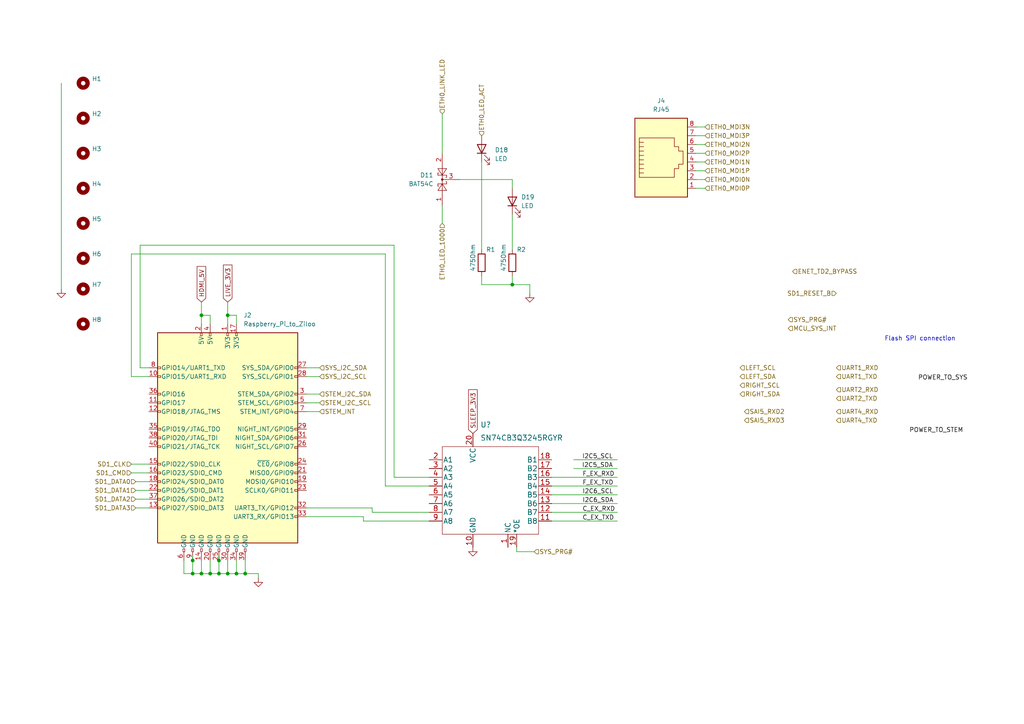
<source format=kicad_sch>
(kicad_sch (version 20211123) (generator eeschema)
  (paper "A4")
  (title_block (title "Ethernet and SD1") (date "2022-08-23") (company "Digital Sculptor GmbH"))
  (lib_symbols
    (symbol "Connector:RJ45" (pin_names (offset 1.016))
      (property "Reference" "J" (at -5.08 13.97 0))
      (property "Value" "RJ45" (at 2.54 13.97 0))
      (symbol "RJ45_0_1"
        (polyline (pts (xy -5.08 4.445) (xy -6.35 4.445)))
        (polyline (pts (xy -5.08 5.715) (xy -6.35 5.715)))
        (polyline (pts (xy -6.35 -3.175) (xy -5.08 -3.175) (xy -5.08 -3.175)))
        (polyline (pts (xy -6.35 -1.905) (xy -5.08 -1.905) (xy -5.08 -1.905)))
        (polyline (pts (xy -6.35 -0.635) (xy -5.08 -0.635) (xy -5.08 -0.635)))
        (polyline (pts (xy -6.35 0.635) (xy -5.08 0.635) (xy -5.08 0.635)))
        (polyline (pts (xy -6.35 1.905) (xy -5.08 1.905) (xy -5.08 1.905)))
        (polyline (pts (xy -5.08 3.175) (xy -6.35 3.175) (xy -6.35 3.175)))
        (polyline (pts (xy -6.35 -4.445) (xy -6.35 6.985) (xy 3.81 6.985) (xy 3.81 4.445) (xy 5.08 4.445) (xy 5.08 3.175) (xy 6.35 3.175) (xy 6.35 -0.635) (xy 5.08 -0.635) (xy 5.08 -1.905) (xy 3.81 -1.905) (xy 3.81 -4.445) (xy -6.35 -4.445) (xy -6.35 -4.445)))
        (rectangle (start 7.62 12.7) (end -7.62 -10.16) (stroke (width 0.254)) (fill (type background)))
      )
      (symbol "RJ45_1_1"
        (pin passive line (at 10.16 -7.62 180) (length 2.54) (name "~") (number "1"))
        (pin passive line (at 10.16 -5.08 180) (length 2.54) (name "~") (number "2"))
        (pin passive line (at 10.16 -2.54 180) (length 2.54) (name "~") (number "3"))
        (pin passive line (at 10.16 0 180) (length 2.54) (name "~") (number "4"))
        (pin passive line (at 10.16 2.54 180) (length 2.54) (name "~") (number "5"))
        (pin passive line (at 10.16 5.08 180) (length 2.54) (name "~") (number "6"))
        (pin passive line (at 10.16 7.62 180) (length 2.54) (name "~") (number "7"))
        (pin passive line (at 10.16 10.16 180) (length 2.54) (name "~") (number "8"))
      )
    )
    (symbol "Device:LED" (pin_numbers hide) (pin_names (offset 1.016) hide)
      (property "Reference" "D" (at 0 2.54 0))
      (property "Value" "LED" (at 0 -2.54 0))
      (symbol "LED_0_1"
        (polyline (pts (xy -1.27 -1.27) (xy -1.27 1.27)) (stroke (width 0.254)))
        (polyline (pts (xy -1.27 0) (xy 1.27 0)))
        (polyline (pts (xy 1.27 -1.27) (xy 1.27 1.27) (xy -1.27 0) (xy 1.27 -1.27)) (stroke (width 0.254)))
        (polyline (pts (xy -3.048 -0.762) (xy -4.572 -2.286) (xy -3.81 -2.286) (xy -4.572 -2.286) (xy -4.572 -1.524)))
        (polyline (pts (xy -1.778 -0.762) (xy -3.302 -2.286) (xy -2.54 -2.286) (xy -3.302 -2.286) (xy -3.302 -1.524)))
      )
      (symbol "LED_1_1"
        (pin passive line (at -3.81 0 0) (length 2.54) (name "K") (number "1"))
        (pin passive line (at 3.81 0 180) (length 2.54) (name "A") (number "2"))
      )
    )
    (symbol "Device:R" (pin_numbers hide) (pin_names (offset 0))
      (property "Reference" "R" (at 2.032 0 90))
      (property "Value" "R" (at 0 0 90))
      (symbol "R_0_1"
        (rectangle (start -1.016 -2.54) (end 1.016 2.54) (stroke (width 0.254)))
      )
      (symbol "R_1_1"
        (pin passive line (at 0 3.81 270) (length 1.27) (name "~") (number "1"))
        (pin passive line (at 0 -3.81 90) (length 1.27) (name "~") (number "2"))
      )
    )
    (symbol "Diode:BAT54C" (pin_names (offset 1.016))
      (property "Reference" "D" (at 0.635 -3.81 0))
      (property "Value" "BAT54C" (at -6.35 3.175 0))
      (symbol "BAT54C_0_1"
        (polyline (pts (xy -1.905 0) (xy 1.905 0)))
        (polyline (pts (xy -1.905 1.27) (xy -1.905 1.016)))
        (polyline (pts (xy -1.27 -1.27) (xy -0.635 -1.27)))
        (polyline (pts (xy -1.27 0) (xy -3.81 0)))
        (polyline (pts (xy -1.27 1.27) (xy -1.905 1.27)))
        (polyline (pts (xy -1.27 1.27) (xy -1.27 -1.27)))
        (polyline (pts (xy -0.635 -1.27) (xy -0.635 -1.016)))
        (polyline (pts (xy 0.635 -1.27) (xy 0.635 -1.016)))
        (polyline (pts (xy 1.27 -1.27) (xy 0.635 -1.27)))
        (polyline (pts (xy 1.27 1.27) (xy 1.27 -1.27)))
        (polyline (pts (xy 1.27 1.27) (xy 1.905 1.27)))
        (polyline (pts (xy 1.905 1.27) (xy 1.905 1.016)))
        (polyline (pts (xy 3.81 0) (xy 1.27 0)))
        (polyline (pts (xy -3.175 -1.27) (xy -3.175 1.27) (xy -1.27 0) (xy -3.175 -1.27)))
        (polyline (pts (xy 3.175 -1.27) (xy 3.175 1.27) (xy 1.27 0) (xy 3.175 -1.27)))
        (circle (center 0 0) (radius 0.254) (fill (type outline)))
      )
      (symbol "BAT54C_1_1"
        (pin passive line (at -7.62 0 0) (length 3.81) (name "~") (number "1"))
        (pin passive line (at 7.62 0 180) (length 3.81) (name "~") (number "2"))
        (pin passive line (at 0 -5.08 90) (length 5.08) (name "~") (number "3"))
      )
    )
    (symbol "Mechanical:MountingHole" (pin_names (offset 1.016))
      (property "Reference" "H" (at 0 5.08 0))
      (property "Value" "MountingHole" (at 0 3.175 0))
      (symbol "MountingHole_0_1"
        (circle (center 0 0) (radius 1.27) (stroke (width 1.27)))
      )
    )
    (symbol "Ziloo:Raspberry_Pi_to_Ziloo" (pin_names (offset 1.016))
      (property "Reference" "J" (at -17.78 31.75 0))
      (property "Value" "Raspberry_Pi_to_Ziloo" (at 10.16 -31.75 0))
      (symbol "Raspberry_Pi_to_Ziloo_0_1"
        (rectangle (start -17.78 33.02) (end 22.86 -27.94) (stroke (width 0.254)) (fill (type background)))
      )
      (symbol "Raspberry_Pi_to_Ziloo_1_1"
        (rectangle (start -16.891 -17.526) (end -17.78 -18.034))
        (rectangle (start -16.891 -14.986) (end -17.78 -15.494))
        (rectangle (start -16.891 -12.446) (end -17.78 -12.954))
        (rectangle (start -16.891 -9.906) (end -17.78 -10.414))
        (rectangle (start -16.891 -7.366) (end -17.78 -7.874))
        (rectangle (start -16.891 -4.826) (end -17.78 -5.334))
        (rectangle (start -16.891 0.254) (end -17.78 -0.254))
        (rectangle (start -16.891 2.794) (end -17.78 2.286))
        (rectangle (start -16.891 5.334) (end -17.78 4.826))
        (rectangle (start -16.891 10.414) (end -17.78 9.906))
        (rectangle (start -16.891 12.954) (end -17.78 12.446))
        (rectangle (start -16.891 15.494) (end -17.78 14.986))
        (rectangle (start -16.891 20.574) (end -17.78 20.066))
        (rectangle (start -16.891 23.114) (end -17.78 22.606))
        (rectangle (start -10.414 -29.591) (end -9.906 -30.48))
        (rectangle (start -7.874 -29.591) (end -7.366 -30.48))
        (rectangle (start -5.3747 33.007) (end -4.8667 32.118))
        (rectangle (start -5.334 -29.591) (end -4.826 -30.48))
        (rectangle (start -2.8109 32.9901) (end -2.3029 32.1011))
        (rectangle (start -2.794 -29.591) (end -2.286 -30.48))
        (rectangle (start -0.254 -29.591) (end 0.254 -30.48))
        (rectangle (start 2.2829 33.0407) (end 2.7909 32.1517))
        (rectangle (start 2.286 -29.591) (end 2.794 -30.48))
        (rectangle (start 4.826 -29.591) (end 5.334 -30.48))
        (rectangle (start 4.8299 33.0238) (end 5.3379 32.1348))
        (rectangle (start 7.366 -29.591) (end 7.874 -30.48))
        (rectangle (start 22.86 -20.066) (end 21.971 -20.574))
        (rectangle (start 22.86 -17.526) (end 21.971 -18.034))
        (rectangle (start 22.86 -12.446) (end 21.971 -12.954))
        (rectangle (start 22.86 -9.906) (end 21.971 -10.414))
        (rectangle (start 22.86 -7.366) (end 21.971 -7.874))
        (rectangle (start 22.86 -4.826) (end 21.971 -5.334))
        (rectangle (start 22.86 0) (end 21.971 -0.508))
        (rectangle (start 22.86 2.794) (end 21.971 2.286))
        (rectangle (start 22.86 5.334) (end 21.971 4.826))
        (rectangle (start 22.86 10.16) (end 21.971 9.652))
        (rectangle (start 22.86 12.954) (end 21.971 12.446))
        (rectangle (start 22.86 15.494) (end 21.971 14.986))
        (rectangle (start 22.86 20.574) (end 21.971 20.066))
        (rectangle (start 22.86 23.114) (end 21.971 22.606))
        (pin power_in line (at 2.54 35.56 270) (length 2.54) (name "3V3") (number "1"))
        (pin bidirectional line (at -20.32 20.32 0) (length 2.54) (name "GPIO15/UART1_RXD") (number "10"))
        (pin bidirectional line (at -20.32 12.7 0) (length 2.54) (name "GPIO17") (number "11"))
        (pin bidirectional line (at -20.32 10.16 0) (length 2.54) (name "GPIO18/JTAG_TMS") (number "12"))
        (pin bidirectional line (at -20.32 -17.78 0) (length 2.54) (name "GPIO27/SDIO_DAT3") (number "13"))
        (pin power_in line (at -5.08 -33.02 90) (length 2.54) (name "GND") (number "14"))
        (pin bidirectional line (at -20.32 -5.08 0) (length 2.54) (name "GPIO22/SDIO_CLK") (number "15"))
        (pin bidirectional line (at -20.32 -7.62 0) (length 2.54) (name "GPIO23/SDIO_CMD") (number "16"))
        (pin power_in line (at 5.08 35.56 270) (length 2.54) (name "3V3") (number "17"))
        (pin bidirectional line (at -20.32 -10.16 0) (length 2.54) (name "GPIO24/SDIO_DAT0") (number "18"))
        (pin bidirectional line (at 25.4 -10.16 180) (length 2.54) (name "MOSI0/GPIO10") (number "19"))
        (pin power_in line (at -5.08 35.56 270) (length 2.54) (name "5V") (number "2"))
        (pin power_in line (at -2.54 -33.02 90) (length 2.54) (name "GND") (number "20"))
        (pin bidirectional line (at 25.4 -7.62 180) (length 2.54) (name "MISO0/GPIO9") (number "21"))
        (pin bidirectional line (at -20.32 -12.7 0) (length 2.54) (name "GPIO25/SDIO_DAT1") (number "22"))
        (pin bidirectional line (at 25.4 -12.7 180) (length 2.54) (name "SCLK0/GPIO11") (number "23"))
        (pin bidirectional line (at 25.4 -5.08 180) (length 2.54) (name "~{CE0}/GPIO8") (number "24"))
        (pin power_in line (at 0 -33.02 90) (length 2.54) (name "GND") (number "25"))
        (pin bidirectional line (at 25.4 0 180) (length 2.54) (name "NIGHT_SCL/GPIO7") (number "26"))
        (pin bidirectional line (at 25.4 22.86 180) (length 2.54) (name "SYS_SDA/GPIO0") (number "27"))
        (pin bidirectional line (at 25.4 20.32 180) (length 2.54) (name "SYS_SCL/GPIO1") (number "28"))
        (pin bidirectional line (at 25.4 5.08 180) (length 2.54) (name "NIGHT_INT/GPIO5") (number "29"))
        (pin bidirectional line (at 25.4 15.24 180) (length 2.54) (name "STEM_SDA/GPIO2") (number "3"))
        (pin power_in line (at 2.54 -33.02 90) (length 2.54) (name "GND") (number "30"))
        (pin bidirectional line (at 25.4 2.54 180) (length 2.54) (name "NIGHT_SDA/GPIO6") (number "31"))
        (pin bidirectional line (at 25.4 -17.78 180) (length 2.54) (name "UART3_TX/GPIO12") (number "32"))
        (pin bidirectional line (at 25.4 -20.32 180) (length 2.54) (name "UART3_RX/GPIO13") (number "33"))
        (pin power_in line (at 5.08 -33.02 90) (length 2.54) (name "GND") (number "34"))
        (pin bidirectional line (at -20.32 5.08 0) (length 2.54) (name "GPIO19/JTAG_TDO") (number "35"))
        (pin bidirectional line (at -20.32 15.24 0) (length 2.54) (name "GPIO16") (number "36"))
        (pin bidirectional line (at -20.32 -15.24 0) (length 2.54) (name "GPIO26/SDIO_DAT2") (number "37"))
        (pin bidirectional line (at -20.32 2.54 0) (length 2.54) (name "GPIO20/JTAG_TDI") (number "38"))
        (pin power_in line (at 7.62 -33.02 90) (length 2.54) (name "GND") (number "39"))
        (pin power_in line (at -2.54 35.56 270) (length 2.54) (name "5V") (number "4"))
        (pin bidirectional line (at -20.32 0 0) (length 2.54) (name "GPIO21/JTAG_TCK") (number "40"))
        (pin bidirectional line (at 25.4 12.7 180) (length 2.54) (name "STEM_SCL/GPIO3") (number "5"))
        (pin power_in line (at -10.16 -33.02 90) (length 2.54) (name "GND") (number "6"))
        (pin bidirectional line (at 25.4 10.16 180) (length 2.54) (name "STEM_INT/GPIO4") (number "7"))
        (pin bidirectional line (at -20.32 22.86 0) (length 2.54) (name "GPIO14/UART1_TXD") (number "8"))
        (pin power_in line (at -7.62 -33.02 90) (length 2.54) (name "GND") (number "9"))
      )
    )
    (symbol "Ziloo:SN74CB3Q3245PW" (pin_names (offset 0.254))
      (property "Reference" "U" (at 0 19.05 0))
      (property "Value" "SN74CB3Q3245PW" (at 0 -2.54 0))
      (symbol "SN74CB3Q3245PW_1_1"
        (polyline (pts (xy -13.97 -13.97) (xy 13.97 -13.97)) (stroke (width 0.127)))
        (polyline (pts (xy -13.97 11.43) (xy -13.97 -13.97)) (stroke (width 0.127)))
        (polyline (pts (xy 13.97 -13.97) (xy 13.97 11.43)) (stroke (width 0.127)))
        (polyline (pts (xy 13.97 11.43) (xy -13.97 11.43)) (stroke (width 0.127)))
        (pin unspecified line (at 5.08 -17.78 90) (length 3.81) (name "NC") (number "1"))
        (pin power_in line (at -5.08 -17.78 90) (length 3.81) (name "GND") (number "10"))
        (pin bidirectional line (at 17.78 -10.16 180) (length 3.81) (name "B8") (number "11"))
        (pin bidirectional line (at 17.78 -7.62 180) (length 3.81) (name "B7") (number "12"))
        (pin bidirectional line (at 17.78 -5.08 180) (length 3.81) (name "B6") (number "13"))
        (pin bidirectional line (at 17.78 -2.54 180) (length 3.81) (name "B5") (number "14"))
        (pin bidirectional line (at 17.78 0 180) (length 3.81) (name "B4") (number "15"))
        (pin bidirectional line (at 17.78 2.54 180) (length 3.81) (name "B3") (number "16"))
        (pin bidirectional line (at 17.78 5.08 180) (length 3.81) (name "B2") (number "17"))
        (pin bidirectional line (at 17.78 7.62 180) (length 3.81) (name "B1") (number "18"))
        (pin input line (at 7.62 -17.78 90) (length 3.81) (name "*OE") (number "19"))
        (pin bidirectional line (at -17.78 7.62 0) (length 3.81) (name "A1") (number "2"))
        (pin power_in line (at -5.08 15.24 270) (length 3.81) (name "VCC") (number "20"))
        (pin bidirectional line (at -17.78 5.08 0) (length 3.81) (name "A2") (number "3"))
        (pin bidirectional line (at -17.78 2.54 0) (length 3.81) (name "A3") (number "4"))
        (pin bidirectional line (at -17.78 0 0) (length 3.81) (name "A4") (number "5"))
        (pin bidirectional line (at -17.78 -2.54 0) (length 3.81) (name "A5") (number "6"))
        (pin bidirectional line (at -17.78 -5.08 0) (length 3.81) (name "A6") (number "7"))
        (pin bidirectional line (at -17.78 -7.62 0) (length 3.81) (name "A7") (number "8"))
        (pin bidirectional line (at -17.78 -10.16 0) (length 3.81) (name "A8") (number "9"))
      )
    )
    (symbol "power:GND" (power) (pin_names (offset 0))
      (property "Value" "GND" (at 0 -3.81 0))
      (symbol "GND_0_1"
        (polyline (pts (xy 0 0) (xy 0 -1.27) (xy 1.27 -1.27) (xy 0 -2.54) (xy -1.27 -1.27) (xy 0 -1.27)))
      )
      (symbol "GND_1_1"
        (pin power_in line (at 0 0 270) (length 0) hide (name "GND") (number "1"))
      )
    )
  )
  (junction (at 55.88 162.56))
  (junction (at 66.04 166.37))
  (junction (at 55.88 166.37))
  (junction (at 63.5 166.37))
  (junction (at 58.42 166.37))
  (junction (at 66.04 91.44))
  (junction (at 71.12 166.37))
  (junction (at 68.58 166.37))
  (junction (at 60.96 166.37))
  (junction (at 63.5 162.56))
  (junction (at 58.42 91.44))
  (junction (at 148.59 82.55))
  (wire (pts (xy 105.41 151.13) (xy 105.41 149.86)))
  (wire (pts (xy 133.35 52.07) (xy 148.59 52.07)))
  (wire (pts (xy 71.12 162.56) (xy 71.12 166.37)))
  (wire (pts (xy 92.71 116.84) (xy 88.9 116.84)))
  (wire (pts (xy 39.37 147.32) (xy 43.18 147.32)))
  (wire (pts (xy 204.47 41.91) (xy 201.93 41.91)))
  (wire (pts (xy 124.46 148.59) (xy 107.95 148.59)))
  (wire (pts (xy 160.02 151.13) (xy 179.07 151.13)))
  (wire (pts (xy 38.1 73.66) (xy 38.1 109.22)))
  (wire (pts (xy 124.46 151.13) (xy 105.41 151.13)))
  (wire (pts (xy 17.78 24.13) (xy 17.78 83.82)))
  (wire (pts (xy 74.93 166.37) (xy 71.12 166.37)))
  (wire (pts (xy 204.47 49.53) (xy 201.93 49.53)))
  (wire (pts (xy 128.27 64.77) (xy 128.27 59.69)))
  (wire (pts (xy 149.86 158.75) (xy 149.86 160.02)))
  (wire (pts (xy 204.47 39.37) (xy 201.93 39.37)))
  (wire (pts (xy 55.88 166.37) (xy 53.34 166.37)))
  (wire (pts (xy 204.47 54.61) (xy 201.93 54.61)))
  (wire (pts (xy 139.7 46.99) (xy 139.7 72.39)))
  (wire (pts (xy 60.96 91.44) (xy 58.42 91.44)))
  (wire (pts (xy 204.47 52.07) (xy 201.93 52.07)))
  (wire (pts (xy 153.67 82.55) (xy 153.67 85.09)))
  (wire (pts (xy 68.58 91.44) (xy 66.04 91.44)))
  (wire (pts (xy 63.5 161.29) (xy 63.5 162.56)))
  (wire (pts (xy 107.95 148.59) (xy 107.95 147.32)))
  (wire (pts (xy 105.41 149.86) (xy 88.9 149.86)))
  (wire (pts (xy 148.59 82.55) (xy 153.67 82.55)))
  (wire (pts (xy 92.71 109.22) (xy 88.9 109.22)))
  (wire (pts (xy 114.3 138.43) (xy 124.46 138.43)))
  (wire (pts (xy 58.42 162.56) (xy 58.42 166.37)))
  (wire (pts (xy 149.86 160.02) (xy 154.94 160.02)))
  (wire (pts (xy 148.59 62.23) (xy 148.59 72.39)))
  (wire (pts (xy 39.37 144.78) (xy 43.18 144.78)))
  (wire (pts (xy 124.46 140.97) (xy 111.76 140.97)))
  (wire (pts (xy 111.76 73.66) (xy 38.1 73.66)))
  (wire (pts (xy 58.42 166.37) (xy 55.88 166.37)))
  (wire (pts (xy 92.71 106.68) (xy 88.9 106.68)))
  (wire (pts (xy 60.96 162.56) (xy 60.96 166.37)))
  (wire (pts (xy 55.88 162.56) (xy 55.88 166.37)))
  (wire (pts (xy 66.04 162.56) (xy 66.04 166.37)))
  (wire (pts (xy 66.04 166.37) (xy 63.5 166.37)))
  (wire (pts (xy 68.58 162.56) (xy 68.58 166.37)))
  (wire (pts (xy 74.93 167.64) (xy 74.93 166.37)))
  (wire (pts (xy 60.96 166.37) (xy 58.42 166.37)))
  (wire (pts (xy 55.88 161.29) (xy 55.88 162.56)))
  (wire (pts (xy 204.47 44.45) (xy 201.93 44.45)))
  (wire (pts (xy 148.59 52.07) (xy 148.59 54.61)))
  (wire (pts (xy 58.42 87.63) (xy 58.42 91.44)))
  (wire (pts (xy 92.71 119.38) (xy 88.9 119.38)))
  (wire (pts (xy 128.27 33.02) (xy 128.27 44.45)))
  (wire (pts (xy 166.37 133.35) (xy 179.07 133.35)))
  (wire (pts (xy 139.7 82.55) (xy 148.59 82.55)))
  (wire (pts (xy 53.34 166.37) (xy 53.34 162.56)))
  (wire (pts (xy 38.1 109.22) (xy 43.18 109.22)))
  (wire (pts (xy 160.02 140.97) (xy 179.07 140.97)))
  (wire (pts (xy 160.02 148.59) (xy 179.07 148.59)))
  (wire (pts (xy 88.9 147.32) (xy 107.95 147.32)))
  (wire (pts (xy 92.71 114.3) (xy 88.9 114.3)))
  (wire (pts (xy 68.58 93.98) (xy 68.58 91.44)))
  (wire (pts (xy 160.02 146.05) (xy 179.07 146.05)))
  (wire (pts (xy 66.04 91.44) (xy 66.04 93.98)))
  (wire (pts (xy 148.59 80.01) (xy 148.59 82.55)))
  (wire (pts (xy 60.96 93.98) (xy 60.96 91.44)))
  (wire (pts (xy 68.58 166.37) (xy 66.04 166.37)))
  (wire (pts (xy 58.42 91.44) (xy 58.42 93.98)))
  (wire (pts (xy 114.3 71.12) (xy 114.3 138.43)))
  (wire (pts (xy 204.47 46.99) (xy 201.93 46.99)))
  (wire (pts (xy 38.1 137.16) (xy 43.18 137.16)))
  (wire (pts (xy 63.5 166.37) (xy 60.96 166.37)))
  (wire (pts (xy 40.64 106.68) (xy 40.64 71.12)))
  (wire (pts (xy 71.12 166.37) (xy 68.58 166.37)))
  (wire (pts (xy 63.5 162.56) (xy 63.5 166.37)))
  (wire (pts (xy 38.1 134.62) (xy 43.18 134.62)))
  (wire (pts (xy 160.02 143.51) (xy 179.07 143.51)))
  (wire (pts (xy 39.37 139.7) (xy 43.18 139.7)))
  (wire (pts (xy 40.64 71.12) (xy 114.3 71.12)))
  (wire (pts (xy 139.7 80.01) (xy 139.7 82.55)))
  (wire (pts (xy 166.37 135.89) (xy 179.07 135.89)))
  (wire (pts (xy 66.04 87.63) (xy 66.04 91.44)))
  (wire (pts (xy 39.37 142.24) (xy 43.18 142.24)))
  (wire (pts (xy 160.02 138.43) (xy 179.07 138.43)))
  (wire (pts (xy 204.47 36.83) (xy 201.93 36.83)))
  (wire (pts (xy 43.18 106.68) (xy 40.64 106.68)))
  (wire (pts (xy 111.76 140.97) (xy 111.76 73.66)))
  (text "Flash SPI connection\n" (at 256.54 99.06 0) (effects (font (size 1.27 1.27)) (justify left bottom)))
  (label "I2C6_SDA" (at 168.91 146.05 0))
  (label "I2C5_SDA" (at 177.8 135.89 180))
  (label "F_EX_RXD" (at 168.91 138.43 0))
  (label "C_EX_RXD" (at 168.91 148.59 0))
  (label "POWER_TO_STEM" (at 279.4 125.73 180))
  (label "POWER_TO_SYS" (at 280.67 110.49 180))
  (label "I2C5_SCL" (at 177.8 133.35 180))
  (label "C_EX_TXD" (at 168.91 151.13 0))
  (label "F_EX_TXD" (at 168.91 140.97 0))
  (label "I2C6_SCL" (at 168.91 143.51 0))
  (global_label "LIVE_3V3" (shape input) (at 66.04 87.63 90) (property "Intersheet References" "${INTERSHEET_REFS}" (effects hide)))
  (global_label "HDMI_5V" (shape input) (at 58.42 87.63 90) (property "Intersheet References" "${INTERSHEET_REFS}" (effects hide)))
  (global_label "SLEEP_3V3" (shape input) (at 137.16 125.73 90) (property "Intersheet References" "${INTERSHEET_REFS}" (effects hide)))
  (hierarchical_label "SAI5_RXD2" (shape input) (at 215.9 119.38 0))
  (hierarchical_label "ETH0_MDI0N" (shape input) (at 204.47 52.07 0))
  (hierarchical_label "SD1_DATA3" (shape input) (at 39.37 147.32 180))
  (hierarchical_label "STEM_I2C_SCL" (shape input) (at 92.71 116.84 0))
  (hierarchical_label "UART4_RXD" (shape input) (at 242.57 119.38 0))
  (hierarchical_label "LEFT_SDA" (shape input) (at 214.63 109.22 0))
  (hierarchical_label "STEM_I2C_SDA" (shape input) (at 92.71 114.3 0))
  (hierarchical_label "SD1_DATA1" (shape input) (at 39.37 142.24 180))
  (hierarchical_label "UART1_TXD" (shape input) (at 242.57 109.22 0))
  (hierarchical_label "ETH0_MDI3N" (shape input) (at 204.47 36.83 0))
  (hierarchical_label "SD1_CLK" (shape input) (at 38.1 134.62 180))
  (hierarchical_label "SD1_CMD" (shape input) (at 38.1 137.16 180))
  (hierarchical_label "ETH0_MDI2N" (shape input) (at 204.47 41.91 0))
  (hierarchical_label "UART2_RXD" (shape input) (at 242.57 113.03 0))
  (hierarchical_label "ETH0_MDI3P" (shape input) (at 204.47 39.37 0))
  (hierarchical_label "ETH0_MDI1P" (shape input) (at 204.47 49.53 0))
  (hierarchical_label "SD1_RESET_B" (shape input) (at 242.57 85.09 180))
  (hierarchical_label "ETH0_LINK_LED" (shape input) (at 128.27 33.02 90))
  (hierarchical_label "SYS_I2C_SDA" (shape input) (at 92.71 106.68 0))
  (hierarchical_label "MCU_SYS_INT" (shape input) (at 228.6 95.25 0))
  (hierarchical_label "SD1_DATA0" (shape input) (at 39.37 139.7 180))
  (hierarchical_label "ETH0_LED_1000" (shape input) (at 128.27 64.77 270))
  (hierarchical_label "SAI5_RXD3" (shape input) (at 215.9 121.92 0))
  (hierarchical_label "RIGHT_SCL" (shape input) (at 214.63 111.76 0))
  (hierarchical_label "UART4_TXD" (shape input) (at 242.57 121.92 0))
  (hierarchical_label "SD1_DATA2" (shape input) (at 39.37 144.78 180))
  (hierarchical_label "STEM_INT" (shape input) (at 92.71 119.38 0))
  (hierarchical_label "SYS_PRG#" (shape input) (at 228.6 92.71 0))
  (hierarchical_label "LEFT_SCL" (shape input) (at 214.63 106.68 0))
  (hierarchical_label "SYS_I2C_SCL" (shape input) (at 92.71 109.22 0))
  (hierarchical_label "UART2_TXD" (shape input) (at 242.57 115.57 0))
  (hierarchical_label "ENET_TD2_BYPASS" (shape input) (at 229.87 78.74 0))
  (hierarchical_label "ETH0_MDI2P" (shape input) (at 204.47 44.45 0))
  (hierarchical_label "ETH0_MDI0P" (shape input) (at 204.47 54.61 0))
  (hierarchical_label "RIGHT_SDA" (shape input) (at 214.63 114.3 0))
  (hierarchical_label "ETH0_LED_ACT" (shape input) (at 139.7 39.37 90))
  (hierarchical_label "SYS_PRG#" (shape input) (at 154.94 160.02 0))
  (hierarchical_label "UART1_RXD" (shape input) (at 242.57 106.68 0))
  (hierarchical_label "ETH0_MDI1N" (shape input) (at 204.47 46.99 0))
  (symbol (lib_id "Mechanical:MountingHole") (at 24.13 34.29 0) (unit 1)
    (property "Reference" "H2" (at 26.67 33.0199 0) (effects (justify left)))
    (property "Value" "MountingHole" (effects hide))
    (property "Footprint" "MountingHole:MountingHole_2.5mm_Pad" (effects hide))
  )
  (symbol (lib_id "Ziloo:Raspberry_Pi_to_Ziloo") (at 63.5 129.54 0) (unit 1)
    (property "Reference" "J2" (at 70.5994 91.44 0) (effects (justify left)))
    (property "Value" "Raspberry_Pi_to_Ziloo" (at 70.5994 93.98 0) (effects (justify left)))
    (property "Footprint" "Connector_PinHeader_2.54mm:PinHeader_2x20_P2.54mm_Vertical_SMD" (effects hide))
    (property "Datasheet" "https://www.raspberrypi.org/documentation/hardware/raspberrypi/schematics/rpi_SCH_3bplus_1p0_reduced.pdf" (effects hide))
  )
  (symbol (lib_id "Mechanical:MountingHole") (at 24.13 83.82 0) (unit 1)
    (property "Reference" "H7" (at 26.67 82.5499 0) (effects (justify left)))
    (property "Value" "MountingHole" (effects hide))
    (property "Footprint" "MountingHole:MountingHole_2.5mm_Pad" (effects hide))
  )
  (symbol (lib_id "Mechanical:MountingHole") (at 24.13 64.77 0) (unit 1)
    (property "Reference" "H5" (at 26.67 63.4999 0) (effects (justify left)))
    (property "Value" "MountingHole" (effects hide))
    (property "Footprint" "MountingHole:MountingHole_2.5mm_Pad" (effects hide))
  )
  (symbol (lib_id "power:GND") (at 17.78 83.82 0) (unit 1)
    (property "Reference" "#PWR0105" (effects hide))
    (property "Value" "GND" (effects hide))
  )
  (symbol (lib_id "Mechanical:MountingHole") (at 24.13 93.98 0) (unit 1)
    (property "Reference" "H8" (at 26.67 92.7099 0) (effects (justify left)))
    (property "Value" "MountingHole" (effects hide))
    (property "Footprint" "MountingHole:MountingHole_2.5mm_Pad" (effects hide))
  )
  (symbol (lib_id "power:GND") (at 153.67 85.09 0) (unit 1)
    (property "Reference" "#PWR02" (effects hide))
    (property "Value" "GND" (effects hide))
  )
  (symbol (lib_id "Mechanical:MountingHole") (at 24.13 74.93 0) (unit 1)
    (property "Reference" "H6" (at 26.67 73.6599 0) (effects (justify left)))
    (property "Value" "MountingHole" (effects hide))
    (property "Footprint" "MountingHole:MountingHole_2.5mm_Pad" (effects hide))
  )
  (symbol (lib_id "Mechanical:MountingHole") (at 24.13 24.13 0) (unit 1)
    (property "Reference" "H1" (at 26.67 22.8599 0) (effects (justify left)))
    (property "Value" "MountingHole" (effects hide))
    (property "Footprint" "MountingHole:MountingHole_2.5mm_Pad" (effects hide))
  )
  (symbol (lib_id "power:GND") (at 74.93 167.64 0) (unit 1)
    (property "Reference" "#PWR01" (effects hide))
    (property "Value" "GND" (effects hide))
  )
  (symbol (lib_id "Mechanical:MountingHole") (at 24.13 44.45 0) (unit 1)
    (property "Reference" "H3" (at 26.67 43.1799 0) (effects (justify left)))
    (property "Value" "MountingHole" (effects hide))
    (property "Footprint" "MountingHole:MountingHole_2.5mm_Pad" (effects hide))
  )
  (symbol (lib_id "Ziloo:SN74CB3Q3245PW") (at 142.24 140.97 0) (unit 1)
    (property "Reference" "U?" (at 139.3051 123.19 0) (effects (font (size 1.524 1.524)) (justify left)))
    (property "Value" "SN74CB3Q3245RGYR" (at 139.3051 127 0) (effects (font (size 1.524 1.524)) (justify left)))
    (property "Footprint" "Ziloo:SN74CB3Q3245RGYR" (effects hide))
  )
  (symbol (lib_id "Mechanical:MountingHole") (at 24.13 54.61 0) (unit 1)
    (property "Reference" "H4" (at 26.67 53.3399 0) (effects (justify left)))
    (property "Value" "MountingHole" (effects hide))
    (property "Footprint" "MountingHole:MountingHole_2.5mm_Pad" (effects hide))
  )
  (symbol (lib_id "Device:LED") (at 139.7 43.18 90) (unit 1)
    (property "Reference" "D18" (at 143.51 43.4974 90) (effects (justify right)))
    (property "Value" "LED" (at 143.51 46.0374 90) (effects (justify right)))
    (property "Footprint" "LED_SMD:LED_0805_2012Metric" (effects hide))
  )
  (symbol (lib_id "power:GND") (at 137.16 158.75 0) (unit 1)
    (property "Reference" "#PWR?" (effects hide))
    (property "Value" "GND" (effects hide))
  )
  (symbol (lib_id "Device:LED") (at 148.59 58.42 90) (unit 1)
    (property "Reference" "D19" (at 151.13 57.15 90) (effects (justify right)))
    (property "Value" "LED" (at 151.13 59.69 90) (effects (justify right)))
    (property "Footprint" "LED_SMD:LED_0805_2012Metric" (effects hide))
  )
  (symbol (lib_id "Device:R") (at 148.59 76.2 0) (unit 1)
    (property "Reference" "R2" (at 149.86 72.39 0) (effects (justify left)))
    (property "Value" "475Ohm" (at 146.05 78.74 90) (effects (justify left)))
    (property "Footprint" "Resistor_SMD:R_0402_1005Metric" (effects hide))
  )
  (symbol (lib_id "Connector:RJ45") (at 191.77 46.99 0) (unit 1)
    (property "Reference" "J4" (at 191.77 29.21 0))
    (property "Value" "RJ45" (at 191.77 31.75 0))
    (property "Footprint" "Connector_RJ:RJ45_Molex_0855135013_Vertical" (effects hide))
  )
  (symbol (lib_id "Diode:BAT54C") (at 128.27 52.07 90) (unit 1)
    (property "Reference" "D11" (at 125.73 50.7999 90) (effects (justify left)))
    (property "Value" "BAT54C" (at 125.73 53.3399 90) (effects (justify left)))
    (property "Footprint" "Package_TO_SOT_SMD:SOT-23" (effects hide))
    (property "Datasheet" "http://www.diodes.com/_files/datasheets/ds11005.pdf" (effects hide))
  )
  (symbol (lib_id "Device:R") (at 139.7 76.2 0) (unit 1)
    (property "Reference" "R1" (at 140.97 72.39 0) (effects (justify left)))
    (property "Value" "475Ohm" (at 137.16 78.74 90) (effects (justify left)))
    (property "Footprint" "Resistor_SMD:R_0402_1005Metric" (effects hide))
  )
)
</source>
